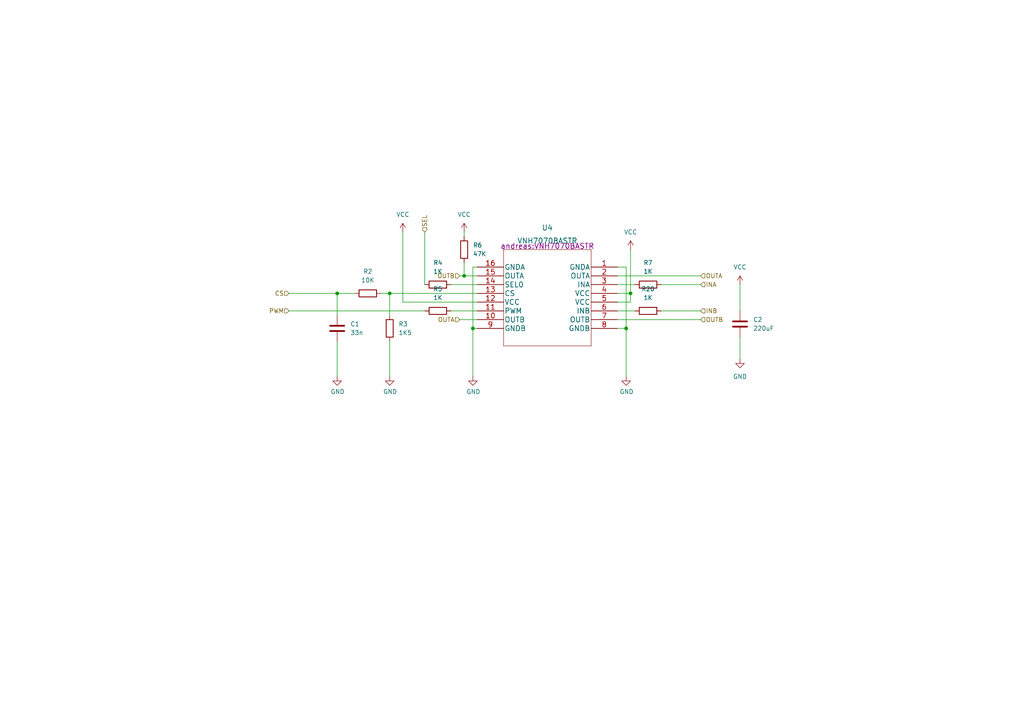
<source format=kicad_sch>
(kicad_sch (version 20211123) (generator eeschema)
  (paper "A4")
  (lib_symbols
    (symbol "Device:C" (pin_numbers hide) (pin_names (offset 0.254))
      (property "Reference" "C" (at 0.635 2.54 0))
      (property "Value" "C" (at 0.635 -2.54 0))
      (symbol "C_0_1"
        (polyline (pts (xy -2.032 -0.762) (xy 2.032 -0.762)) (stroke (width 0.508)))
        (polyline (pts (xy -2.032 0.762) (xy 2.032 0.762)) (stroke (width 0.508)))
      )
      (symbol "C_1_1"
        (pin passive line (at 0 3.81 270) (length 2.794) (name "~") (number "1"))
        (pin passive line (at 0 -3.81 90) (length 2.794) (name "~") (number "2"))
      )
    )
    (symbol "Device:R" (pin_numbers hide) (pin_names (offset 0))
      (property "Reference" "R" (at 2.032 0 90))
      (property "Value" "R" (at 0 0 90))
      (symbol "R_0_1"
        (rectangle (start -1.016 -2.54) (end 1.016 2.54) (stroke (width 0.254)))
      )
      (symbol "R_1_1"
        (pin passive line (at 0 3.81 270) (length 1.27) (name "~") (number "1"))
        (pin passive line (at 0 -3.81 90) (length 1.27) (name "~") (number "2"))
      )
    )
    (symbol "power:GND" (power) (pin_names (offset 0))
      (property "Value" "GND" (at 0 -3.81 0))
      (symbol "GND_0_1"
        (polyline (pts (xy 0 0) (xy 0 -1.27) (xy 1.27 -1.27) (xy 0 -2.54) (xy -1.27 -1.27) (xy 0 -1.27)))
      )
      (symbol "GND_1_1"
        (pin power_in line (at 0 0 270) (length 0) hide (name "GND") (number "1"))
      )
    )
    (symbol "power:VCC" (power) (pin_names (offset 0))
      (property "Value" "VCC" (at 0 3.81 0))
      (symbol "VCC_0_1"
        (polyline (pts (xy -0.762 1.27) (xy 0 2.54)))
        (polyline (pts (xy 0 0) (xy 0 2.54)))
        (polyline (pts (xy 0 2.54) (xy 0.762 1.27)))
      )
      (symbol "VCC_1_1"
        (pin power_in line (at 0 0 90) (length 0) hide (name "VCC") (number "1"))
      )
    )
    (symbol "vnh7070bas:VNH7070BASTR" (pin_names (offset 0.254))
      (property "Reference" "U" (at 20.32 10.16 0))
      (property "Value" "VNH7070BASTR" (at 20.32 7.62 0))
      (symbol "VNH7070BASTR_1_1"
        (polyline (pts (xy 7.62 -22.86) (xy 33.02 -22.86)) (stroke (width 0.127)))
        (polyline (pts (xy 7.62 5.08) (xy 7.62 -22.86)) (stroke (width 0.127)))
        (polyline (pts (xy 33.02 -22.86) (xy 33.02 5.08)) (stroke (width 0.127)))
        (polyline (pts (xy 33.02 5.08) (xy 7.62 5.08)) (stroke (width 0.127)))
        (pin power_in line (at 0 0 0) (length 7.62) (name "GNDA") (number "1"))
        (pin output line (at 40.64 -15.24 180) (length 7.62) (name "OUTB") (number "10"))
        (pin input line (at 40.64 -12.7 180) (length 7.62) (name "PWM") (number "11"))
        (pin power_in line (at 40.64 -10.16 180) (length 7.62) (name "VCC") (number "12"))
        (pin output line (at 40.64 -7.62 180) (length 7.62) (name "CS") (number "13"))
        (pin input line (at 40.64 -5.08 180) (length 7.62) (name "SEL0") (number "14"))
        (pin output line (at 40.64 -2.54 180) (length 7.62) (name "OUTA") (number "15"))
        (pin power_in line (at 40.64 0 180) (length 7.62) (name "GNDA") (number "16"))
        (pin output line (at 0 -2.54 0) (length 7.62) (name "OUTA") (number "2"))
        (pin input line (at 0 -5.08 0) (length 7.62) (name "INA") (number "3"))
        (pin power_in line (at 0 -7.62 0) (length 7.62) (name "VCC") (number "4"))
        (pin power_in line (at 0 -10.16 0) (length 7.62) (name "VCC") (number "5"))
        (pin input line (at 0 -12.7 0) (length 7.62) (name "INB") (number "6"))
        (pin output line (at 0 -15.24 0) (length 7.62) (name "OUTB") (number "7"))
        (pin power_in line (at 0 -17.78 0) (length 7.62) (name "GNDB") (number "8"))
        (pin power_in line (at 40.64 -17.78 180) (length 7.62) (name "GNDB") (number "9"))
      )
    )
  )
  (junction (at 181.61 95.25))
  (junction (at 113.03 85.09))
  (junction (at 182.88 85.09))
  (junction (at 137.16 95.25))
  (junction (at 97.79 85.09))
  (junction (at 134.62 80.01))
  (wire (pts (xy 130.81 90.17) (xy 138.43 90.17)))
  (wire (pts (xy 191.77 90.17) (xy 203.2 90.17)))
  (wire (pts (xy 133.35 92.71) (xy 138.43 92.71)))
  (wire (pts (xy 102.87 85.09) (xy 97.79 85.09)))
  (wire (pts (xy 134.62 80.01) (xy 138.43 80.01)))
  (wire (pts (xy 134.62 76.2) (xy 134.62 80.01)))
  (wire (pts (xy 138.43 95.25) (xy 137.16 95.25)))
  (wire (pts (xy 134.62 67.31) (xy 134.62 68.58)))
  (wire (pts (xy 179.07 82.55) (xy 184.15 82.55)))
  (wire (pts (xy 179.07 85.09) (xy 182.88 85.09)))
  (wire (pts (xy 113.03 85.09) (xy 113.03 91.44)))
  (wire (pts (xy 182.88 87.63) (xy 182.88 85.09)))
  (wire (pts (xy 182.88 85.09) (xy 182.88 72.39)))
  (wire (pts (xy 179.07 95.25) (xy 181.61 95.25)))
  (wire (pts (xy 83.82 90.17) (xy 123.19 90.17)))
  (wire (pts (xy 179.07 77.47) (xy 181.61 77.47)))
  (wire (pts (xy 191.77 82.55) (xy 203.2 82.55)))
  (wire (pts (xy 110.49 85.09) (xy 113.03 85.09)))
  (wire (pts (xy 113.03 85.09) (xy 138.43 85.09)))
  (wire (pts (xy 179.07 87.63) (xy 182.88 87.63)))
  (wire (pts (xy 181.61 77.47) (xy 181.61 95.25)))
  (wire (pts (xy 97.79 99.06) (xy 97.79 109.22)))
  (wire (pts (xy 137.16 77.47) (xy 137.16 95.25)))
  (wire (pts (xy 113.03 99.06) (xy 113.03 109.22)))
  (wire (pts (xy 130.81 82.55) (xy 138.43 82.55)))
  (wire (pts (xy 116.84 87.63) (xy 116.84 67.31)))
  (wire (pts (xy 83.82 85.09) (xy 97.79 85.09)))
  (wire (pts (xy 138.43 87.63) (xy 116.84 87.63)))
  (wire (pts (xy 123.19 67.31) (xy 123.19 82.55)))
  (wire (pts (xy 203.2 92.71) (xy 179.07 92.71)))
  (wire (pts (xy 179.07 90.17) (xy 184.15 90.17)))
  (wire (pts (xy 138.43 77.47) (xy 137.16 77.47)))
  (wire (pts (xy 179.07 80.01) (xy 203.2 80.01)))
  (wire (pts (xy 133.35 80.01) (xy 134.62 80.01)))
  (wire (pts (xy 181.61 95.25) (xy 181.61 109.22)))
  (wire (pts (xy 137.16 95.25) (xy 137.16 109.22)))
  (wire (pts (xy 214.63 82.55) (xy 214.63 90.17)))
  (wire (pts (xy 97.79 85.09) (xy 97.79 91.44)))
  (wire (pts (xy 214.63 97.79) (xy 214.63 104.14)))
  (hierarchical_label "INB" (shape input) (at 203.2 90.17 0))
  (hierarchical_label "OUTA" (shape input) (at 133.35 92.71 180))
  (hierarchical_label "OUTB" (shape input) (at 133.35 80.01 180))
  (hierarchical_label "CS" (shape input) (at 83.82 85.09 180))
  (hierarchical_label "OUTB" (shape input) (at 203.2 92.71 0))
  (hierarchical_label "OUTA" (shape input) (at 203.2 80.01 0))
  (hierarchical_label "PWM" (shape input) (at 83.82 90.17 180))
  (hierarchical_label "SEL" (shape input) (at 123.19 67.31 90))
  (hierarchical_label "INA" (shape input) (at 203.2 82.55 0))
  (symbol (lib_id "Device:R") (at 113.03 95.25 180) (unit 1)
    (property "Reference" "R3" (at 115.57 93.9799 0) (effects (justify right)))
    (property "Value" "1K5" (at 115.57 96.5199 0) (effects (justify right)))
    (property "Footprint" "Resistor_SMD:R_0805_2012Metric_Pad1.20x1.40mm_HandSolder" (effects hide))
  )
  (symbol (lib_id "power:GND") (at 181.61 109.22 0) (unit 1)
    (property "Reference" "#PWR0107" (effects hide))
    (property "Value" "GND" (at 181.737 113.6142 0))
  )
  (symbol (lib_id "Device:R") (at 134.62 72.39 180) (unit 1)
    (property "Reference" "R6" (at 137.16 71.1199 0) (effects (justify right)))
    (property "Value" "47K" (at 137.16 73.6599 0) (effects (justify right)))
    (property "Footprint" "Resistor_SMD:R_0805_2012Metric_Pad1.20x1.40mm_HandSolder" (effects hide))
  )
  (symbol (lib_id "power:GND") (at 113.03 109.22 0) (unit 1)
    (property "Reference" "#PWR0112" (effects hide))
    (property "Value" "GND" (at 113.157 113.6142 0))
  )
  (symbol (lib_id "Device:R") (at 127 90.17 90) (unit 1)
    (property "Reference" "R5" (at 127 83.82 90))
    (property "Value" "1K" (at 127 86.36 90))
    (property "Footprint" "Resistor_SMD:R_0805_2012Metric_Pad1.20x1.40mm_HandSolder" (effects hide))
  )
  (symbol (lib_id "power:VCC") (at 134.62 67.31 0) (unit 1)
    (property "Reference" "#PWR0116" (effects hide))
    (property "Value" "VCC" (at 134.62 62.23 0))
  )
  (symbol (lib_id "power:VCC") (at 214.63 82.55 0) (unit 1)
    (property "Reference" "#PWR0110" (effects hide))
    (property "Value" "VCC" (at 214.63 77.47 0))
  )
  (symbol (lib_id "power:VCC") (at 116.84 67.31 0) (unit 1)
    (property "Reference" "#PWR0120" (effects hide))
    (property "Value" "VCC" (at 116.84 62.23 0))
  )
  (symbol (lib_id "Device:R") (at 187.96 82.55 90) (unit 1)
    (property "Reference" "R7" (at 187.96 76.2 90))
    (property "Value" "1K" (at 187.96 78.74 90))
    (property "Footprint" "Resistor_SMD:R_0805_2012Metric_Pad1.20x1.40mm_HandSolder" (effects hide))
  )
  (symbol (lib_id "Device:R") (at 106.68 85.09 90) (unit 1)
    (property "Reference" "R2" (at 106.68 78.74 90))
    (property "Value" "10K" (at 106.68 81.28 90))
    (property "Footprint" "Resistor_SMD:R_0805_2012Metric_Pad1.20x1.40mm_HandSolder" (effects hide))
  )
  (symbol (lib_id "vnh7070bas:VNH7070BASTR") (at 179.07 77.47 0) (mirror y) (unit 1)
    (property "Reference" "U4" (at 158.75 66.04 0) (effects (font (size 1.524 1.524))))
    (property "Value" "VNH7070BASTR" (at 158.75 69.85 0) (effects (font (size 1.524 1.524))))
    (property "Footprint" "andreas:VNH7070BASTR" (at 158.75 71.374 0) (effects (font (size 1.524 1.524))))
  )
  (symbol (lib_id "Device:R") (at 187.96 90.17 90) (unit 1)
    (property "Reference" "R20" (at 187.96 83.82 90))
    (property "Value" "1K" (at 187.96 86.36 90))
    (property "Footprint" "Resistor_SMD:R_0805_2012Metric_Pad1.20x1.40mm_HandSolder" (effects hide))
  )
  (symbol (lib_id "Device:C") (at 97.79 95.25 0) (unit 1)
    (property "Reference" "C1" (at 101.6 93.9799 0) (effects (justify left)))
    (property "Value" "33n" (at 101.6 96.5199 0) (effects (justify left)))
    (property "Footprint" "Capacitor_SMD:C_0805_2012Metric_Pad1.18x1.45mm_HandSolder" (effects hide))
  )
  (symbol (lib_id "power:GND") (at 214.63 104.14 0) (unit 1)
    (property "Reference" "#PWR0111" (effects hide))
    (property "Value" "GND" (at 214.63 109.22 0))
  )
  (symbol (lib_id "Device:C") (at 214.63 93.98 0) (unit 1)
    (property "Reference" "C2" (at 218.44 92.7099 0) (effects (justify left)))
    (property "Value" "220uF" (at 218.44 95.2499 0) (effects (justify left)))
    (property "Footprint" "Capacitor_SMD:C_0805_2012Metric_Pad1.18x1.45mm_HandSolder" (effects hide))
  )
  (symbol (lib_id "power:GND") (at 97.79 109.22 0) (unit 1)
    (property "Reference" "#PWR0113" (effects hide))
    (property "Value" "GND" (at 97.917 113.6142 0))
  )
  (symbol (lib_id "power:VCC") (at 182.88 72.39 0) (unit 1)
    (property "Reference" "#PWR0108" (effects hide))
    (property "Value" "VCC" (at 182.88 67.31 0))
  )
  (symbol (lib_id "power:GND") (at 137.16 109.22 0) (unit 1)
    (property "Reference" "#PWR0115" (effects hide))
    (property "Value" "GND" (at 137.287 113.6142 0))
  )
  (symbol (lib_id "Device:R") (at 127 82.55 90) (unit 1)
    (property "Reference" "R4" (at 127 76.2 90))
    (property "Value" "1K" (at 127 78.74 90))
    (property "Footprint" "Resistor_SMD:R_0805_2012Metric_Pad1.20x1.40mm_HandSolder" (effects hide))
  )
)
</source>
